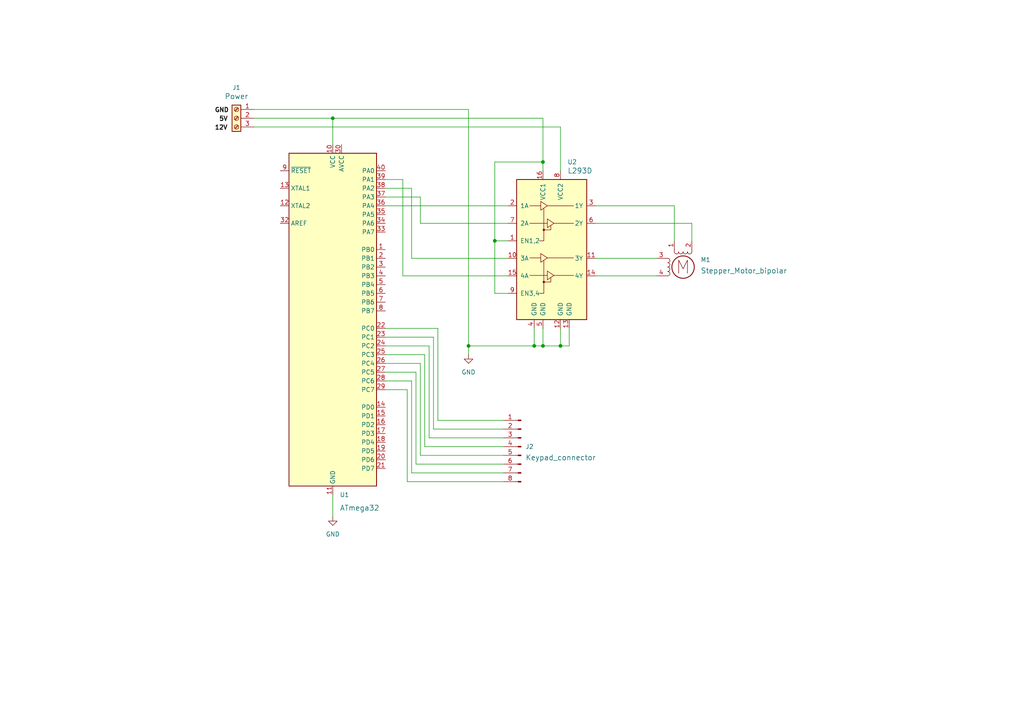
<source format=kicad_sch>
(kicad_sch (version 20211123) (generator eeschema)

  (uuid d2d9d0fb-87fd-46fb-b5ff-d12dc9546683)

  (paper "A4")

  (lib_symbols
    (symbol "Connector:Conn_01x08_Male" (pin_names (offset 1.016) hide) (in_bom yes) (on_board yes)
      (property "Reference" "J" (id 0) (at 0 10.16 0)
        (effects (font (size 1.27 1.27)))
      )
      (property "Value" "Conn_01x08_Male" (id 1) (at 0 -12.7 0)
        (effects (font (size 1.27 1.27)))
      )
      (property "Footprint" "" (id 2) (at 0 0 0)
        (effects (font (size 1.27 1.27)) hide)
      )
      (property "Datasheet" "~" (id 3) (at 0 0 0)
        (effects (font (size 1.27 1.27)) hide)
      )
      (property "ki_keywords" "connector" (id 4) (at 0 0 0)
        (effects (font (size 1.27 1.27)) hide)
      )
      (property "ki_description" "Generic connector, single row, 01x08, script generated (kicad-library-utils/schlib/autogen/connector/)" (id 5) (at 0 0 0)
        (effects (font (size 1.27 1.27)) hide)
      )
      (property "ki_fp_filters" "Connector*:*_1x??_*" (id 6) (at 0 0 0)
        (effects (font (size 1.27 1.27)) hide)
      )
      (symbol "Conn_01x08_Male_1_1"
        (polyline
          (pts
            (xy 1.27 -10.16)
            (xy 0.8636 -10.16)
          )
          (stroke (width 0.1524) (type default) (color 0 0 0 0))
          (fill (type none))
        )
        (polyline
          (pts
            (xy 1.27 -7.62)
            (xy 0.8636 -7.62)
          )
          (stroke (width 0.1524) (type default) (color 0 0 0 0))
          (fill (type none))
        )
        (polyline
          (pts
            (xy 1.27 -5.08)
            (xy 0.8636 -5.08)
          )
          (stroke (width 0.1524) (type default) (color 0 0 0 0))
          (fill (type none))
        )
        (polyline
          (pts
            (xy 1.27 -2.54)
            (xy 0.8636 -2.54)
          )
          (stroke (width 0.1524) (type default) (color 0 0 0 0))
          (fill (type none))
        )
        (polyline
          (pts
            (xy 1.27 0)
            (xy 0.8636 0)
          )
          (stroke (width 0.1524) (type default) (color 0 0 0 0))
          (fill (type none))
        )
        (polyline
          (pts
            (xy 1.27 2.54)
            (xy 0.8636 2.54)
          )
          (stroke (width 0.1524) (type default) (color 0 0 0 0))
          (fill (type none))
        )
        (polyline
          (pts
            (xy 1.27 5.08)
            (xy 0.8636 5.08)
          )
          (stroke (width 0.1524) (type default) (color 0 0 0 0))
          (fill (type none))
        )
        (polyline
          (pts
            (xy 1.27 7.62)
            (xy 0.8636 7.62)
          )
          (stroke (width 0.1524) (type default) (color 0 0 0 0))
          (fill (type none))
        )
        (rectangle (start 0.8636 -10.033) (end 0 -10.287)
          (stroke (width 0.1524) (type default) (color 0 0 0 0))
          (fill (type outline))
        )
        (rectangle (start 0.8636 -7.493) (end 0 -7.747)
          (stroke (width 0.1524) (type default) (color 0 0 0 0))
          (fill (type outline))
        )
        (rectangle (start 0.8636 -4.953) (end 0 -5.207)
          (stroke (width 0.1524) (type default) (color 0 0 0 0))
          (fill (type outline))
        )
        (rectangle (start 0.8636 -2.413) (end 0 -2.667)
          (stroke (width 0.1524) (type default) (color 0 0 0 0))
          (fill (type outline))
        )
        (rectangle (start 0.8636 0.127) (end 0 -0.127)
          (stroke (width 0.1524) (type default) (color 0 0 0 0))
          (fill (type outline))
        )
        (rectangle (start 0.8636 2.667) (end 0 2.413)
          (stroke (width 0.1524) (type default) (color 0 0 0 0))
          (fill (type outline))
        )
        (rectangle (start 0.8636 5.207) (end 0 4.953)
          (stroke (width 0.1524) (type default) (color 0 0 0 0))
          (fill (type outline))
        )
        (rectangle (start 0.8636 7.747) (end 0 7.493)
          (stroke (width 0.1524) (type default) (color 0 0 0 0))
          (fill (type outline))
        )
        (pin passive line (at 5.08 7.62 180) (length 3.81)
          (name "Pin_1" (effects (font (size 1.27 1.27))))
          (number "1" (effects (font (size 1.27 1.27))))
        )
        (pin passive line (at 5.08 5.08 180) (length 3.81)
          (name "Pin_2" (effects (font (size 1.27 1.27))))
          (number "2" (effects (font (size 1.27 1.27))))
        )
        (pin passive line (at 5.08 2.54 180) (length 3.81)
          (name "Pin_3" (effects (font (size 1.27 1.27))))
          (number "3" (effects (font (size 1.27 1.27))))
        )
        (pin passive line (at 5.08 0 180) (length 3.81)
          (name "Pin_4" (effects (font (size 1.27 1.27))))
          (number "4" (effects (font (size 1.27 1.27))))
        )
        (pin passive line (at 5.08 -2.54 180) (length 3.81)
          (name "Pin_5" (effects (font (size 1.27 1.27))))
          (number "5" (effects (font (size 1.27 1.27))))
        )
        (pin passive line (at 5.08 -5.08 180) (length 3.81)
          (name "Pin_6" (effects (font (size 1.27 1.27))))
          (number "6" (effects (font (size 1.27 1.27))))
        )
        (pin passive line (at 5.08 -7.62 180) (length 3.81)
          (name "Pin_7" (effects (font (size 1.27 1.27))))
          (number "7" (effects (font (size 1.27 1.27))))
        )
        (pin passive line (at 5.08 -10.16 180) (length 3.81)
          (name "Pin_8" (effects (font (size 1.27 1.27))))
          (number "8" (effects (font (size 1.27 1.27))))
        )
      )
    )
    (symbol "Connector:Screw_Terminal_01x03" (pin_names (offset 1.016) hide) (in_bom yes) (on_board yes)
      (property "Reference" "J" (id 0) (at 0 5.08 0)
        (effects (font (size 1.27 1.27)))
      )
      (property "Value" "Screw_Terminal_01x03" (id 1) (at 0 -5.08 0)
        (effects (font (size 1.27 1.27)))
      )
      (property "Footprint" "" (id 2) (at 0 0 0)
        (effects (font (size 1.27 1.27)) hide)
      )
      (property "Datasheet" "~" (id 3) (at 0 0 0)
        (effects (font (size 1.27 1.27)) hide)
      )
      (property "ki_keywords" "screw terminal" (id 4) (at 0 0 0)
        (effects (font (size 1.27 1.27)) hide)
      )
      (property "ki_description" "Generic screw terminal, single row, 01x03, script generated (kicad-library-utils/schlib/autogen/connector/)" (id 5) (at 0 0 0)
        (effects (font (size 1.27 1.27)) hide)
      )
      (property "ki_fp_filters" "TerminalBlock*:*" (id 6) (at 0 0 0)
        (effects (font (size 1.27 1.27)) hide)
      )
      (symbol "Screw_Terminal_01x03_1_1"
        (rectangle (start -1.27 3.81) (end 1.27 -3.81)
          (stroke (width 0.254) (type default) (color 0 0 0 0))
          (fill (type background))
        )
        (circle (center 0 -2.54) (radius 0.635)
          (stroke (width 0.1524) (type default) (color 0 0 0 0))
          (fill (type none))
        )
        (polyline
          (pts
            (xy -0.5334 -2.2098)
            (xy 0.3302 -3.048)
          )
          (stroke (width 0.1524) (type default) (color 0 0 0 0))
          (fill (type none))
        )
        (polyline
          (pts
            (xy -0.5334 0.3302)
            (xy 0.3302 -0.508)
          )
          (stroke (width 0.1524) (type default) (color 0 0 0 0))
          (fill (type none))
        )
        (polyline
          (pts
            (xy -0.5334 2.8702)
            (xy 0.3302 2.032)
          )
          (stroke (width 0.1524) (type default) (color 0 0 0 0))
          (fill (type none))
        )
        (polyline
          (pts
            (xy -0.3556 -2.032)
            (xy 0.508 -2.8702)
          )
          (stroke (width 0.1524) (type default) (color 0 0 0 0))
          (fill (type none))
        )
        (polyline
          (pts
            (xy -0.3556 0.508)
            (xy 0.508 -0.3302)
          )
          (stroke (width 0.1524) (type default) (color 0 0 0 0))
          (fill (type none))
        )
        (polyline
          (pts
            (xy -0.3556 3.048)
            (xy 0.508 2.2098)
          )
          (stroke (width 0.1524) (type default) (color 0 0 0 0))
          (fill (type none))
        )
        (circle (center 0 0) (radius 0.635)
          (stroke (width 0.1524) (type default) (color 0 0 0 0))
          (fill (type none))
        )
        (circle (center 0 2.54) (radius 0.635)
          (stroke (width 0.1524) (type default) (color 0 0 0 0))
          (fill (type none))
        )
        (pin passive line (at -5.08 2.54 0) (length 3.81)
          (name "Pin_1" (effects (font (size 1.27 1.27))))
          (number "1" (effects (font (size 1.27 1.27))))
        )
        (pin passive line (at -5.08 0 0) (length 3.81)
          (name "Pin_2" (effects (font (size 1.27 1.27))))
          (number "2" (effects (font (size 1.27 1.27))))
        )
        (pin passive line (at -5.08 -2.54 0) (length 3.81)
          (name "Pin_3" (effects (font (size 1.27 1.27))))
          (number "3" (effects (font (size 1.27 1.27))))
        )
      )
    )
    (symbol "Driver_Motor:L293D" (pin_names (offset 1.016)) (in_bom yes) (on_board yes)
      (property "Reference" "U" (id 0) (at -5.08 26.035 0)
        (effects (font (size 1.27 1.27)) (justify right))
      )
      (property "Value" "L293D" (id 1) (at -5.08 24.13 0)
        (effects (font (size 1.27 1.27)) (justify right))
      )
      (property "Footprint" "Package_DIP:DIP-16_W7.62mm" (id 2) (at 6.35 -19.05 0)
        (effects (font (size 1.27 1.27)) (justify left) hide)
      )
      (property "Datasheet" "http://www.ti.com/lit/ds/symlink/l293.pdf" (id 3) (at -7.62 17.78 0)
        (effects (font (size 1.27 1.27)) hide)
      )
      (property "ki_keywords" "Half-H Driver Motor" (id 4) (at 0 0 0)
        (effects (font (size 1.27 1.27)) hide)
      )
      (property "ki_description" "Quadruple Half-H Drivers" (id 5) (at 0 0 0)
        (effects (font (size 1.27 1.27)) hide)
      )
      (property "ki_fp_filters" "DIP*W7.62mm*" (id 6) (at 0 0 0)
        (effects (font (size 1.27 1.27)) hide)
      )
      (symbol "L293D_0_1"
        (rectangle (start -10.16 22.86) (end 10.16 -17.78)
          (stroke (width 0.254) (type default) (color 0 0 0 0))
          (fill (type background))
        )
        (circle (center -2.286 -6.858) (radius 0.254)
          (stroke (width 0) (type default) (color 0 0 0 0))
          (fill (type outline))
        )
        (circle (center -2.286 8.255) (radius 0.254)
          (stroke (width 0) (type default) (color 0 0 0 0))
          (fill (type outline))
        )
        (polyline
          (pts
            (xy -6.35 -4.953)
            (xy -1.27 -4.953)
          )
          (stroke (width 0) (type default) (color 0 0 0 0))
          (fill (type none))
        )
        (polyline
          (pts
            (xy -6.35 0.127)
            (xy -3.175 0.127)
          )
          (stroke (width 0) (type default) (color 0 0 0 0))
          (fill (type none))
        )
        (polyline
          (pts
            (xy -6.35 10.16)
            (xy -1.27 10.16)
          )
          (stroke (width 0) (type default) (color 0 0 0 0))
          (fill (type none))
        )
        (polyline
          (pts
            (xy -6.35 15.24)
            (xy -3.175 15.24)
          )
          (stroke (width 0) (type default) (color 0 0 0 0))
          (fill (type none))
        )
        (polyline
          (pts
            (xy -1.27 0.127)
            (xy 6.35 0.127)
          )
          (stroke (width 0) (type default) (color 0 0 0 0))
          (fill (type none))
        )
        (polyline
          (pts
            (xy -1.27 15.24)
            (xy 6.35 15.24)
          )
          (stroke (width 0) (type default) (color 0 0 0 0))
          (fill (type none))
        )
        (polyline
          (pts
            (xy 0.635 -4.953)
            (xy 6.35 -4.953)
          )
          (stroke (width 0) (type default) (color 0 0 0 0))
          (fill (type none))
        )
        (polyline
          (pts
            (xy 0.635 10.16)
            (xy 6.35 10.16)
          )
          (stroke (width 0) (type default) (color 0 0 0 0))
          (fill (type none))
        )
        (polyline
          (pts
            (xy -2.286 -6.858)
            (xy -0.254 -6.858)
            (xy -0.254 -5.588)
          )
          (stroke (width 0) (type default) (color 0 0 0 0))
          (fill (type none))
        )
        (polyline
          (pts
            (xy -2.286 -0.635)
            (xy -2.286 -10.16)
            (xy -3.556 -10.16)
          )
          (stroke (width 0) (type default) (color 0 0 0 0))
          (fill (type none))
        )
        (polyline
          (pts
            (xy -2.286 8.255)
            (xy -0.254 8.255)
            (xy -0.254 9.525)
          )
          (stroke (width 0) (type default) (color 0 0 0 0))
          (fill (type none))
        )
        (polyline
          (pts
            (xy -2.286 14.478)
            (xy -2.286 5.08)
            (xy -3.556 5.08)
          )
          (stroke (width 0) (type default) (color 0 0 0 0))
          (fill (type none))
        )
        (polyline
          (pts
            (xy -3.175 1.397)
            (xy -3.175 -1.143)
            (xy -1.27 0.127)
            (xy -3.175 1.397)
          )
          (stroke (width 0) (type default) (color 0 0 0 0))
          (fill (type none))
        )
        (polyline
          (pts
            (xy -3.175 16.51)
            (xy -3.175 13.97)
            (xy -1.27 15.24)
            (xy -3.175 16.51)
          )
          (stroke (width 0) (type default) (color 0 0 0 0))
          (fill (type none))
        )
        (polyline
          (pts
            (xy -1.27 -3.683)
            (xy -1.27 -6.223)
            (xy 0.635 -4.953)
            (xy -1.27 -3.683)
          )
          (stroke (width 0) (type default) (color 0 0 0 0))
          (fill (type none))
        )
        (polyline
          (pts
            (xy -1.27 11.43)
            (xy -1.27 8.89)
            (xy 0.635 10.16)
            (xy -1.27 11.43)
          )
          (stroke (width 0) (type default) (color 0 0 0 0))
          (fill (type none))
        )
      )
      (symbol "L293D_1_1"
        (pin input line (at -12.7 5.08 0) (length 2.54)
          (name "EN1,2" (effects (font (size 1.27 1.27))))
          (number "1" (effects (font (size 1.27 1.27))))
        )
        (pin input line (at -12.7 0 0) (length 2.54)
          (name "3A" (effects (font (size 1.27 1.27))))
          (number "10" (effects (font (size 1.27 1.27))))
        )
        (pin output line (at 12.7 0 180) (length 2.54)
          (name "3Y" (effects (font (size 1.27 1.27))))
          (number "11" (effects (font (size 1.27 1.27))))
        )
        (pin power_in line (at 2.54 -20.32 90) (length 2.54)
          (name "GND" (effects (font (size 1.27 1.27))))
          (number "12" (effects (font (size 1.27 1.27))))
        )
        (pin power_in line (at 5.08 -20.32 90) (length 2.54)
          (name "GND" (effects (font (size 1.27 1.27))))
          (number "13" (effects (font (size 1.27 1.27))))
        )
        (pin output line (at 12.7 -5.08 180) (length 2.54)
          (name "4Y" (effects (font (size 1.27 1.27))))
          (number "14" (effects (font (size 1.27 1.27))))
        )
        (pin input line (at -12.7 -5.08 0) (length 2.54)
          (name "4A" (effects (font (size 1.27 1.27))))
          (number "15" (effects (font (size 1.27 1.27))))
        )
        (pin power_in line (at -2.54 25.4 270) (length 2.54)
          (name "VCC1" (effects (font (size 1.27 1.27))))
          (number "16" (effects (font (size 1.27 1.27))))
        )
        (pin input line (at -12.7 15.24 0) (length 2.54)
          (name "1A" (effects (font (size 1.27 1.27))))
          (number "2" (effects (font (size 1.27 1.27))))
        )
        (pin output line (at 12.7 15.24 180) (length 2.54)
          (name "1Y" (effects (font (size 1.27 1.27))))
          (number "3" (effects (font (size 1.27 1.27))))
        )
        (pin power_in line (at -5.08 -20.32 90) (length 2.54)
          (name "GND" (effects (font (size 1.27 1.27))))
          (number "4" (effects (font (size 1.27 1.27))))
        )
        (pin power_in line (at -2.54 -20.32 90) (length 2.54)
          (name "GND" (effects (font (size 1.27 1.27))))
          (number "5" (effects (font (size 1.27 1.27))))
        )
        (pin output line (at 12.7 10.16 180) (length 2.54)
          (name "2Y" (effects (font (size 1.27 1.27))))
          (number "6" (effects (font (size 1.27 1.27))))
        )
        (pin input line (at -12.7 10.16 0) (length 2.54)
          (name "2A" (effects (font (size 1.27 1.27))))
          (number "7" (effects (font (size 1.27 1.27))))
        )
        (pin power_in line (at 2.54 25.4 270) (length 2.54)
          (name "VCC2" (effects (font (size 1.27 1.27))))
          (number "8" (effects (font (size 1.27 1.27))))
        )
        (pin input line (at -12.7 -10.16 0) (length 2.54)
          (name "EN3,4" (effects (font (size 1.27 1.27))))
          (number "9" (effects (font (size 1.27 1.27))))
        )
      )
    )
    (symbol "MCU_Microchip_ATmega:ATmega32-16P" (in_bom yes) (on_board yes)
      (property "Reference" "U" (id 0) (at -12.7 49.53 0)
        (effects (font (size 1.27 1.27)) (justify left bottom))
      )
      (property "Value" "ATmega32-16P" (id 1) (at 2.54 -49.53 0)
        (effects (font (size 1.27 1.27)) (justify left top))
      )
      (property "Footprint" "Package_DIP:DIP-40_W15.24mm" (id 2) (at 0 0 0)
        (effects (font (size 1.27 1.27) italic) hide)
      )
      (property "Datasheet" "http://ww1.microchip.com/downloads/en/DeviceDoc/doc2503.pdf" (id 3) (at 0 0 0)
        (effects (font (size 1.27 1.27)) hide)
      )
      (property "ki_keywords" "AVR 8bit Microcontroller MegaAVR" (id 4) (at 0 0 0)
        (effects (font (size 1.27 1.27)) hide)
      )
      (property "ki_description" "16MHz, 32kB Flash, 2kB SRAM, 1kB EEPROM, JTAG, DIP-40" (id 5) (at 0 0 0)
        (effects (font (size 1.27 1.27)) hide)
      )
      (property "ki_fp_filters" "DIP*W15.24mm*" (id 6) (at 0 0 0)
        (effects (font (size 1.27 1.27)) hide)
      )
      (symbol "ATmega32-16P_0_1"
        (rectangle (start -12.7 -48.26) (end 12.7 48.26)
          (stroke (width 0.254) (type default) (color 0 0 0 0))
          (fill (type background))
        )
      )
      (symbol "ATmega32-16P_1_1"
        (pin bidirectional line (at 15.24 20.32 180) (length 2.54)
          (name "PB0" (effects (font (size 1.27 1.27))))
          (number "1" (effects (font (size 1.27 1.27))))
        )
        (pin power_in line (at 0 50.8 270) (length 2.54)
          (name "VCC" (effects (font (size 1.27 1.27))))
          (number "10" (effects (font (size 1.27 1.27))))
        )
        (pin power_in line (at 0 -50.8 90) (length 2.54)
          (name "GND" (effects (font (size 1.27 1.27))))
          (number "11" (effects (font (size 1.27 1.27))))
        )
        (pin output line (at -15.24 33.02 0) (length 2.54)
          (name "XTAL2" (effects (font (size 1.27 1.27))))
          (number "12" (effects (font (size 1.27 1.27))))
        )
        (pin input line (at -15.24 38.1 0) (length 2.54)
          (name "XTAL1" (effects (font (size 1.27 1.27))))
          (number "13" (effects (font (size 1.27 1.27))))
        )
        (pin bidirectional line (at 15.24 -25.4 180) (length 2.54)
          (name "PD0" (effects (font (size 1.27 1.27))))
          (number "14" (effects (font (size 1.27 1.27))))
        )
        (pin bidirectional line (at 15.24 -27.94 180) (length 2.54)
          (name "PD1" (effects (font (size 1.27 1.27))))
          (number "15" (effects (font (size 1.27 1.27))))
        )
        (pin bidirectional line (at 15.24 -30.48 180) (length 2.54)
          (name "PD2" (effects (font (size 1.27 1.27))))
          (number "16" (effects (font (size 1.27 1.27))))
        )
        (pin bidirectional line (at 15.24 -33.02 180) (length 2.54)
          (name "PD3" (effects (font (size 1.27 1.27))))
          (number "17" (effects (font (size 1.27 1.27))))
        )
        (pin bidirectional line (at 15.24 -35.56 180) (length 2.54)
          (name "PD4" (effects (font (size 1.27 1.27))))
          (number "18" (effects (font (size 1.27 1.27))))
        )
        (pin bidirectional line (at 15.24 -38.1 180) (length 2.54)
          (name "PD5" (effects (font (size 1.27 1.27))))
          (number "19" (effects (font (size 1.27 1.27))))
        )
        (pin bidirectional line (at 15.24 17.78 180) (length 2.54)
          (name "PB1" (effects (font (size 1.27 1.27))))
          (number "2" (effects (font (size 1.27 1.27))))
        )
        (pin bidirectional line (at 15.24 -40.64 180) (length 2.54)
          (name "PD6" (effects (font (size 1.27 1.27))))
          (number "20" (effects (font (size 1.27 1.27))))
        )
        (pin bidirectional line (at 15.24 -43.18 180) (length 2.54)
          (name "PD7" (effects (font (size 1.27 1.27))))
          (number "21" (effects (font (size 1.27 1.27))))
        )
        (pin bidirectional line (at 15.24 -2.54 180) (length 2.54)
          (name "PC0" (effects (font (size 1.27 1.27))))
          (number "22" (effects (font (size 1.27 1.27))))
        )
        (pin bidirectional line (at 15.24 -5.08 180) (length 2.54)
          (name "PC1" (effects (font (size 1.27 1.27))))
          (number "23" (effects (font (size 1.27 1.27))))
        )
        (pin bidirectional line (at 15.24 -7.62 180) (length 2.54)
          (name "PC2" (effects (font (size 1.27 1.27))))
          (number "24" (effects (font (size 1.27 1.27))))
        )
        (pin bidirectional line (at 15.24 -10.16 180) (length 2.54)
          (name "PC3" (effects (font (size 1.27 1.27))))
          (number "25" (effects (font (size 1.27 1.27))))
        )
        (pin bidirectional line (at 15.24 -12.7 180) (length 2.54)
          (name "PC4" (effects (font (size 1.27 1.27))))
          (number "26" (effects (font (size 1.27 1.27))))
        )
        (pin bidirectional line (at 15.24 -15.24 180) (length 2.54)
          (name "PC5" (effects (font (size 1.27 1.27))))
          (number "27" (effects (font (size 1.27 1.27))))
        )
        (pin bidirectional line (at 15.24 -17.78 180) (length 2.54)
          (name "PC6" (effects (font (size 1.27 1.27))))
          (number "28" (effects (font (size 1.27 1.27))))
        )
        (pin bidirectional line (at 15.24 -20.32 180) (length 2.54)
          (name "PC7" (effects (font (size 1.27 1.27))))
          (number "29" (effects (font (size 1.27 1.27))))
        )
        (pin bidirectional line (at 15.24 15.24 180) (length 2.54)
          (name "PB2" (effects (font (size 1.27 1.27))))
          (number "3" (effects (font (size 1.27 1.27))))
        )
        (pin power_in line (at 2.54 50.8 270) (length 2.54)
          (name "AVCC" (effects (font (size 1.27 1.27))))
          (number "30" (effects (font (size 1.27 1.27))))
        )
        (pin passive line (at 0 -50.8 90) (length 2.54) hide
          (name "GND" (effects (font (size 1.27 1.27))))
          (number "31" (effects (font (size 1.27 1.27))))
        )
        (pin passive line (at -15.24 27.94 0) (length 2.54)
          (name "AREF" (effects (font (size 1.27 1.27))))
          (number "32" (effects (font (size 1.27 1.27))))
        )
        (pin bidirectional line (at 15.24 25.4 180) (length 2.54)
          (name "PA7" (effects (font (size 1.27 1.27))))
          (number "33" (effects (font (size 1.27 1.27))))
        )
        (pin bidirectional line (at 15.24 27.94 180) (length 2.54)
          (name "PA6" (effects (font (size 1.27 1.27))))
          (number "34" (effects (font (size 1.27 1.27))))
        )
        (pin bidirectional line (at 15.24 30.48 180) (length 2.54)
          (name "PA5" (effects (font (size 1.27 1.27))))
          (number "35" (effects (font (size 1.27 1.27))))
        )
        (pin bidirectional line (at 15.24 33.02 180) (length 2.54)
          (name "PA4" (effects (font (size 1.27 1.27))))
          (number "36" (effects (font (size 1.27 1.27))))
        )
        (pin bidirectional line (at 15.24 35.56 180) (length 2.54)
          (name "PA3" (effects (font (size 1.27 1.27))))
          (number "37" (effects (font (size 1.27 1.27))))
        )
        (pin bidirectional line (at 15.24 38.1 180) (length 2.54)
          (name "PA2" (effects (font (size 1.27 1.27))))
          (number "38" (effects (font (size 1.27 1.27))))
        )
        (pin bidirectional line (at 15.24 40.64 180) (length 2.54)
          (name "PA1" (effects (font (size 1.27 1.27))))
          (number "39" (effects (font (size 1.27 1.27))))
        )
        (pin bidirectional line (at 15.24 12.7 180) (length 2.54)
          (name "PB3" (effects (font (size 1.27 1.27))))
          (number "4" (effects (font (size 1.27 1.27))))
        )
        (pin bidirectional line (at 15.24 43.18 180) (length 2.54)
          (name "PA0" (effects (font (size 1.27 1.27))))
          (number "40" (effects (font (size 1.27 1.27))))
        )
        (pin bidirectional line (at 15.24 10.16 180) (length 2.54)
          (name "PB4" (effects (font (size 1.27 1.27))))
          (number "5" (effects (font (size 1.27 1.27))))
        )
        (pin bidirectional line (at 15.24 7.62 180) (length 2.54)
          (name "PB5" (effects (font (size 1.27 1.27))))
          (number "6" (effects (font (size 1.27 1.27))))
        )
        (pin bidirectional line (at 15.24 5.08 180) (length 2.54)
          (name "PB6" (effects (font (size 1.27 1.27))))
          (number "7" (effects (font (size 1.27 1.27))))
        )
        (pin bidirectional line (at 15.24 2.54 180) (length 2.54)
          (name "PB7" (effects (font (size 1.27 1.27))))
          (number "8" (effects (font (size 1.27 1.27))))
        )
        (pin input line (at -15.24 43.18 0) (length 2.54)
          (name "~{RESET}" (effects (font (size 1.27 1.27))))
          (number "9" (effects (font (size 1.27 1.27))))
        )
      )
    )
    (symbol "Motor:Stepper_Motor_bipolar" (pin_names (offset 0) hide) (in_bom yes) (on_board yes)
      (property "Reference" "M" (id 0) (at 3.81 2.54 0)
        (effects (font (size 1.27 1.27)) (justify left))
      )
      (property "Value" "Stepper_Motor_bipolar" (id 1) (at 3.81 1.27 0)
        (effects (font (size 1.27 1.27)) (justify left top))
      )
      (property "Footprint" "" (id 2) (at 0.254 -0.254 0)
        (effects (font (size 1.27 1.27)) hide)
      )
      (property "Datasheet" "http://www.infineon.com/dgdl/Application-Note-TLE8110EE_driving_UniPolarStepperMotor_V1.1.pdf?fileId=db3a30431be39b97011be5d0aa0a00b0" (id 3) (at 0.254 -0.254 0)
        (effects (font (size 1.27 1.27)) hide)
      )
      (property "ki_keywords" "bipolar stepper motor" (id 4) (at 0 0 0)
        (effects (font (size 1.27 1.27)) hide)
      )
      (property "ki_description" "4-wire bipolar stepper motor" (id 5) (at 0 0 0)
        (effects (font (size 1.27 1.27)) hide)
      )
      (property "ki_fp_filters" "PinHeader*P2.54mm*Vertical* TerminalBlock* Motor*" (id 6) (at 0 0 0)
        (effects (font (size 1.27 1.27)) hide)
      )
      (symbol "Stepper_Motor_bipolar_0_0"
        (polyline
          (pts
            (xy -1.27 -1.778)
            (xy -1.27 2.032)
            (xy 0 -0.508)
            (xy 1.27 2.032)
            (xy 1.27 -1.778)
          )
          (stroke (width 0) (type default) (color 0 0 0 0))
          (fill (type none))
        )
      )
      (symbol "Stepper_Motor_bipolar_0_1"
        (arc (start -4.445 -2.54) (mid -3.81 -1.905) (end -4.445 -1.27)
          (stroke (width 0) (type default) (color 0 0 0 0))
          (fill (type none))
        )
        (arc (start -4.445 -1.27) (mid -3.81 -0.635) (end -4.445 0)
          (stroke (width 0) (type default) (color 0 0 0 0))
          (fill (type none))
        )
        (arc (start -4.445 0) (mid -3.81 0.635) (end -4.445 1.27)
          (stroke (width 0) (type default) (color 0 0 0 0))
          (fill (type none))
        )
        (arc (start -4.445 1.27) (mid -3.81 1.905) (end -4.445 2.54)
          (stroke (width 0) (type default) (color 0 0 0 0))
          (fill (type none))
        )
        (arc (start -2.54 4.445) (mid -1.905 3.81) (end -1.27 4.445)
          (stroke (width 0) (type default) (color 0 0 0 0))
          (fill (type none))
        )
        (arc (start -1.27 4.445) (mid -0.635 3.81) (end 0 4.445)
          (stroke (width 0) (type default) (color 0 0 0 0))
          (fill (type none))
        )
        (polyline
          (pts
            (xy -5.08 -2.54)
            (xy -4.445 -2.54)
          )
          (stroke (width 0) (type default) (color 0 0 0 0))
          (fill (type none))
        )
        (polyline
          (pts
            (xy -5.08 2.54)
            (xy -4.445 2.54)
          )
          (stroke (width 0) (type default) (color 0 0 0 0))
          (fill (type none))
        )
        (polyline
          (pts
            (xy -2.54 5.08)
            (xy -2.54 4.445)
          )
          (stroke (width 0) (type default) (color 0 0 0 0))
          (fill (type none))
        )
        (polyline
          (pts
            (xy 2.54 5.08)
            (xy 2.54 4.445)
          )
          (stroke (width 0) (type default) (color 0 0 0 0))
          (fill (type none))
        )
        (circle (center 0 0) (radius 3.2512)
          (stroke (width 0.254) (type default) (color 0 0 0 0))
          (fill (type none))
        )
        (arc (start 0 4.445) (mid 0.635 3.81) (end 1.27 4.445)
          (stroke (width 0) (type default) (color 0 0 0 0))
          (fill (type none))
        )
        (arc (start 1.27 4.445) (mid 1.905 3.81) (end 2.54 4.445)
          (stroke (width 0) (type default) (color 0 0 0 0))
          (fill (type none))
        )
      )
      (symbol "Stepper_Motor_bipolar_1_1"
        (pin passive line (at -2.54 7.62 270) (length 2.54)
          (name "~" (effects (font (size 1.27 1.27))))
          (number "1" (effects (font (size 1.27 1.27))))
        )
        (pin passive line (at 2.54 7.62 270) (length 2.54)
          (name "-" (effects (font (size 1.27 1.27))))
          (number "2" (effects (font (size 1.27 1.27))))
        )
        (pin passive line (at -7.62 2.54 0) (length 2.54)
          (name "~" (effects (font (size 1.27 1.27))))
          (number "3" (effects (font (size 1.27 1.27))))
        )
        (pin passive line (at -7.62 -2.54 0) (length 2.54)
          (name "~" (effects (font (size 1.27 1.27))))
          (number "4" (effects (font (size 1.27 1.27))))
        )
      )
    )
    (symbol "power:GND" (power) (pin_names (offset 0)) (in_bom yes) (on_board yes)
      (property "Reference" "#PWR" (id 0) (at 0 -6.35 0)
        (effects (font (size 1.27 1.27)) hide)
      )
      (property "Value" "GND" (id 1) (at 0 -3.81 0)
        (effects (font (size 1.27 1.27)))
      )
      (property "Footprint" "" (id 2) (at 0 0 0)
        (effects (font (size 1.27 1.27)) hide)
      )
      (property "Datasheet" "" (id 3) (at 0 0 0)
        (effects (font (size 1.27 1.27)) hide)
      )
      (property "ki_keywords" "power-flag" (id 4) (at 0 0 0)
        (effects (font (size 1.27 1.27)) hide)
      )
      (property "ki_description" "Power symbol creates a global label with name \"GND\" , ground" (id 5) (at 0 0 0)
        (effects (font (size 1.27 1.27)) hide)
      )
      (symbol "GND_0_1"
        (polyline
          (pts
            (xy 0 0)
            (xy 0 -1.27)
            (xy 1.27 -1.27)
            (xy 0 -2.54)
            (xy -1.27 -1.27)
            (xy 0 -1.27)
          )
          (stroke (width 0) (type default) (color 0 0 0 0))
          (fill (type none))
        )
      )
      (symbol "GND_1_1"
        (pin power_in line (at 0 0 270) (length 0) hide
          (name "GND" (effects (font (size 1.27 1.27))))
          (number "1" (effects (font (size 1.27 1.27))))
        )
      )
    )
  )

  (junction (at 154.94 100.33) (diameter 0) (color 0 0 0 0)
    (uuid 16b75a78-f471-4d69-a33c-9ea129a7c24a)
  )
  (junction (at 135.89 100.33) (diameter 0) (color 0 0 0 0)
    (uuid 36e91acd-4daf-4650-97dd-5c9a4b08df69)
  )
  (junction (at 143.51 69.85) (diameter 0) (color 0 0 0 0)
    (uuid 462f0ddf-4904-4064-86aa-fe79df3d4354)
  )
  (junction (at 157.48 100.33) (diameter 0) (color 0 0 0 0)
    (uuid 4f1b5296-0e34-4dc2-81da-e95537fc398e)
  )
  (junction (at 157.48 46.99) (diameter 0) (color 0 0 0 0)
    (uuid 769800b1-c94f-47ae-9ac6-6b79e68d47d5)
  )
  (junction (at 162.56 100.33) (diameter 0) (color 0 0 0 0)
    (uuid da7521c0-defd-4081-90c1-d4cb4bffcbc2)
  )
  (junction (at 96.52 34.29) (diameter 0) (color 0 0 0 0)
    (uuid fc7ee58e-7d8d-4442-a205-132541bacee3)
  )

  (wire (pts (xy 111.76 59.69) (xy 147.32 59.69))
    (stroke (width 0) (type default) (color 0 0 0 0))
    (uuid 07bec127-e3d4-49e5-899f-6b18d3fbe34b)
  )
  (wire (pts (xy 111.76 95.25) (xy 127 95.25))
    (stroke (width 0) (type default) (color 0 0 0 0))
    (uuid 0f63f12f-5e73-4612-ae52-100dc8e12b57)
  )
  (wire (pts (xy 146.05 129.54) (xy 123.19 129.54))
    (stroke (width 0) (type default) (color 0 0 0 0))
    (uuid 1071a4c6-ea30-4f36-b896-c5c0058e4c9f)
  )
  (wire (pts (xy 146.05 134.62) (xy 120.65 134.62))
    (stroke (width 0) (type default) (color 0 0 0 0))
    (uuid 1e8217cd-ca23-4f54-a62a-e4af777cfda6)
  )
  (wire (pts (xy 146.05 127) (xy 124.46 127))
    (stroke (width 0) (type default) (color 0 0 0 0))
    (uuid 1f5d41d2-4dc3-4a57-a9dd-b8580042e3c8)
  )
  (wire (pts (xy 190.5 74.93) (xy 172.72 74.93))
    (stroke (width 0) (type default) (color 0 0 0 0))
    (uuid 1fc7df08-cfac-4487-a82e-31d0c81dc440)
  )
  (wire (pts (xy 172.72 64.77) (xy 200.66 64.77))
    (stroke (width 0) (type default) (color 0 0 0 0))
    (uuid 20db17ec-1551-43b8-996e-5f59aa536e1e)
  )
  (wire (pts (xy 162.56 36.83) (xy 73.66 36.83))
    (stroke (width 0) (type default) (color 0 0 0 0))
    (uuid 2487a154-7207-49d9-a041-04ca11528b12)
  )
  (wire (pts (xy 162.56 49.53) (xy 162.56 36.83))
    (stroke (width 0) (type default) (color 0 0 0 0))
    (uuid 28df829e-bb50-4571-9147-0414bd4954a8)
  )
  (wire (pts (xy 125.73 97.79) (xy 111.76 97.79))
    (stroke (width 0) (type default) (color 0 0 0 0))
    (uuid 2e867ae0-8061-4454-b297-abccaaff648d)
  )
  (wire (pts (xy 121.92 57.15) (xy 121.92 64.77))
    (stroke (width 0) (type default) (color 0 0 0 0))
    (uuid 359a3740-a0e6-48d6-b711-6fe09ee74bb4)
  )
  (wire (pts (xy 111.76 57.15) (xy 121.92 57.15))
    (stroke (width 0) (type default) (color 0 0 0 0))
    (uuid 3df70696-569c-4cd5-9d9c-4719919c132a)
  )
  (wire (pts (xy 157.48 100.33) (xy 162.56 100.33))
    (stroke (width 0) (type default) (color 0 0 0 0))
    (uuid 413e4f92-fb4d-407f-8dd5-a79804729bea)
  )
  (wire (pts (xy 124.46 127) (xy 124.46 100.33))
    (stroke (width 0) (type default) (color 0 0 0 0))
    (uuid 44d786ad-c747-44fb-aea2-e52500d7f060)
  )
  (wire (pts (xy 135.89 31.75) (xy 135.89 100.33))
    (stroke (width 0) (type default) (color 0 0 0 0))
    (uuid 4ac1d8ec-810b-45c3-b8a0-fbac6a5ced34)
  )
  (wire (pts (xy 119.38 110.49) (xy 111.76 110.49))
    (stroke (width 0) (type default) (color 0 0 0 0))
    (uuid 4c6ecf56-eb7f-4cc0-82f4-23a045343405)
  )
  (wire (pts (xy 119.38 137.16) (xy 119.38 110.49))
    (stroke (width 0) (type default) (color 0 0 0 0))
    (uuid 4c71c6a5-a718-4591-b19a-71ac776e6ef7)
  )
  (wire (pts (xy 146.05 137.16) (xy 119.38 137.16))
    (stroke (width 0) (type default) (color 0 0 0 0))
    (uuid 4fb08f21-94c0-4850-a5d6-8fe09e2b2c56)
  )
  (wire (pts (xy 111.76 54.61) (xy 119.38 54.61))
    (stroke (width 0) (type default) (color 0 0 0 0))
    (uuid 50c031c3-c15f-466f-b6ef-568981bb4cd2)
  )
  (wire (pts (xy 143.51 85.09) (xy 143.51 69.85))
    (stroke (width 0) (type default) (color 0 0 0 0))
    (uuid 510ee7e8-b121-42eb-adeb-75da360a89f0)
  )
  (wire (pts (xy 73.66 31.75) (xy 135.89 31.75))
    (stroke (width 0) (type default) (color 0 0 0 0))
    (uuid 52fab6b5-961a-4f34-801f-37477c1f0d5e)
  )
  (wire (pts (xy 120.65 107.95) (xy 111.76 107.95))
    (stroke (width 0) (type default) (color 0 0 0 0))
    (uuid 53b47e82-df98-42e0-b7e0-b6fe50b45d87)
  )
  (wire (pts (xy 147.32 69.85) (xy 143.51 69.85))
    (stroke (width 0) (type default) (color 0 0 0 0))
    (uuid 5455e36b-9df4-4b5e-a328-9dd6ec80995a)
  )
  (wire (pts (xy 172.72 59.69) (xy 195.58 59.69))
    (stroke (width 0) (type default) (color 0 0 0 0))
    (uuid 572c25d0-8f48-4601-949c-2c169ede8d9b)
  )
  (wire (pts (xy 143.51 46.99) (xy 157.48 46.99))
    (stroke (width 0) (type default) (color 0 0 0 0))
    (uuid 5eee8cc4-0323-41b5-81e1-6f0a83533f72)
  )
  (wire (pts (xy 162.56 95.25) (xy 162.56 100.33))
    (stroke (width 0) (type default) (color 0 0 0 0))
    (uuid 6103ef89-fcb3-4152-b99a-ec9aaf24396e)
  )
  (wire (pts (xy 120.65 134.62) (xy 120.65 107.95))
    (stroke (width 0) (type default) (color 0 0 0 0))
    (uuid 708b4004-1d57-4023-bace-52926f2313c5)
  )
  (wire (pts (xy 116.84 52.07) (xy 116.84 80.01))
    (stroke (width 0) (type default) (color 0 0 0 0))
    (uuid 71a255be-094b-4b37-9373-15c52c2991c6)
  )
  (wire (pts (xy 154.94 95.25) (xy 154.94 100.33))
    (stroke (width 0) (type default) (color 0 0 0 0))
    (uuid 746dec58-8294-45d1-a8be-167433b261e1)
  )
  (wire (pts (xy 96.52 143.51) (xy 96.52 149.86))
    (stroke (width 0) (type default) (color 0 0 0 0))
    (uuid 7ac49f57-0e8c-489a-a8be-f5b1e201de3a)
  )
  (wire (pts (xy 121.92 132.08) (xy 121.92 105.41))
    (stroke (width 0) (type default) (color 0 0 0 0))
    (uuid 7b28c1cd-3eea-43aa-971b-371c5861ad81)
  )
  (wire (pts (xy 146.05 132.08) (xy 121.92 132.08))
    (stroke (width 0) (type default) (color 0 0 0 0))
    (uuid 7f91f4d2-de48-42fd-ad26-e2110cfcf32e)
  )
  (wire (pts (xy 157.48 34.29) (xy 157.48 46.99))
    (stroke (width 0) (type default) (color 0 0 0 0))
    (uuid 817b59ef-1f5c-4b00-9292-63c8a5f02a48)
  )
  (wire (pts (xy 111.76 52.07) (xy 116.84 52.07))
    (stroke (width 0) (type default) (color 0 0 0 0))
    (uuid 84bc44e4-8008-4cec-8c0b-441617da67e2)
  )
  (wire (pts (xy 96.52 34.29) (xy 96.52 41.91))
    (stroke (width 0) (type default) (color 0 0 0 0))
    (uuid 8611f40c-e58c-43d0-ac61-d39a1c8352a9)
  )
  (wire (pts (xy 154.94 100.33) (xy 157.48 100.33))
    (stroke (width 0) (type default) (color 0 0 0 0))
    (uuid 869f6ed1-0d58-456c-aa74-fa9334782afe)
  )
  (wire (pts (xy 73.66 34.29) (xy 96.52 34.29))
    (stroke (width 0) (type default) (color 0 0 0 0))
    (uuid 8f2a0aef-4f60-4e4a-83ad-8766bb34b443)
  )
  (wire (pts (xy 135.89 100.33) (xy 154.94 100.33))
    (stroke (width 0) (type default) (color 0 0 0 0))
    (uuid 9417bcc1-d4c0-43ff-a983-f14e1f88ba5e)
  )
  (wire (pts (xy 190.5 80.01) (xy 172.72 80.01))
    (stroke (width 0) (type default) (color 0 0 0 0))
    (uuid 9a7646f9-f88e-470d-b607-9d3bb6451098)
  )
  (wire (pts (xy 123.19 102.87) (xy 111.76 102.87))
    (stroke (width 0) (type default) (color 0 0 0 0))
    (uuid 9d17007c-7aac-4568-b705-309e94f61a2c)
  )
  (wire (pts (xy 96.52 34.29) (xy 157.48 34.29))
    (stroke (width 0) (type default) (color 0 0 0 0))
    (uuid a83005d1-0021-499a-84ce-3b6fa6eec30e)
  )
  (wire (pts (xy 118.11 139.7) (xy 118.11 113.03))
    (stroke (width 0) (type default) (color 0 0 0 0))
    (uuid ae6b22b6-de35-4b90-ba44-32049d6e9624)
  )
  (wire (pts (xy 127 121.92) (xy 146.05 121.92))
    (stroke (width 0) (type default) (color 0 0 0 0))
    (uuid b5a3ad9d-67c7-4e94-863a-10724628b1d4)
  )
  (wire (pts (xy 119.38 54.61) (xy 119.38 74.93))
    (stroke (width 0) (type default) (color 0 0 0 0))
    (uuid ba506d11-1ef2-475a-856f-82bd600c2bfe)
  )
  (wire (pts (xy 147.32 85.09) (xy 143.51 85.09))
    (stroke (width 0) (type default) (color 0 0 0 0))
    (uuid bb7ba749-71f1-49e8-bfe3-9436fcc2f772)
  )
  (wire (pts (xy 157.48 46.99) (xy 157.48 49.53))
    (stroke (width 0) (type default) (color 0 0 0 0))
    (uuid bd7e4f74-c832-45c4-bb15-835d70b939af)
  )
  (wire (pts (xy 157.48 95.25) (xy 157.48 100.33))
    (stroke (width 0) (type default) (color 0 0 0 0))
    (uuid c2791219-8e4b-4a2f-abc0-faac3ee47469)
  )
  (wire (pts (xy 195.58 59.69) (xy 195.58 69.85))
    (stroke (width 0) (type default) (color 0 0 0 0))
    (uuid c77499f9-e7f2-474e-a1cb-83cbb18efb78)
  )
  (wire (pts (xy 165.1 95.25) (xy 165.1 100.33))
    (stroke (width 0) (type default) (color 0 0 0 0))
    (uuid c802e9bc-2f1e-4c2b-8e43-3082a0443e53)
  )
  (wire (pts (xy 125.73 124.46) (xy 125.73 97.79))
    (stroke (width 0) (type default) (color 0 0 0 0))
    (uuid c821083b-5479-4c2a-8ccb-39f66d009bac)
  )
  (wire (pts (xy 116.84 80.01) (xy 147.32 80.01))
    (stroke (width 0) (type default) (color 0 0 0 0))
    (uuid d07227ea-4046-41ea-9d1c-7a8231376d73)
  )
  (wire (pts (xy 143.51 69.85) (xy 143.51 46.99))
    (stroke (width 0) (type default) (color 0 0 0 0))
    (uuid d10f905f-dee4-493c-ade6-7d741841c3e9)
  )
  (wire (pts (xy 146.05 124.46) (xy 125.73 124.46))
    (stroke (width 0) (type default) (color 0 0 0 0))
    (uuid d26ad8dd-6fcb-44fb-82ff-b32c92d756ef)
  )
  (wire (pts (xy 118.11 113.03) (xy 111.76 113.03))
    (stroke (width 0) (type default) (color 0 0 0 0))
    (uuid d35a65dd-8d7c-4890-9a64-19aa8a577ceb)
  )
  (wire (pts (xy 121.92 105.41) (xy 111.76 105.41))
    (stroke (width 0) (type default) (color 0 0 0 0))
    (uuid d6289c8f-be90-43d3-b0b6-a6ad7b7d1d1c)
  )
  (wire (pts (xy 127 95.25) (xy 127 121.92))
    (stroke (width 0) (type default) (color 0 0 0 0))
    (uuid d74d984b-bac2-423b-9d9b-ae0a54ebd981)
  )
  (wire (pts (xy 200.66 64.77) (xy 200.66 69.85))
    (stroke (width 0) (type default) (color 0 0 0 0))
    (uuid e7e359ff-c772-493b-8cf0-6748dfd80b8f)
  )
  (wire (pts (xy 121.92 64.77) (xy 147.32 64.77))
    (stroke (width 0) (type default) (color 0 0 0 0))
    (uuid ef15ddab-48d7-43aa-b61e-d69647b0f44e)
  )
  (wire (pts (xy 146.05 139.7) (xy 118.11 139.7))
    (stroke (width 0) (type default) (color 0 0 0 0))
    (uuid f19abf1d-01b2-4742-b33c-fa085ee45bb5)
  )
  (wire (pts (xy 135.89 100.33) (xy 135.89 102.87))
    (stroke (width 0) (type default) (color 0 0 0 0))
    (uuid f57cddea-620a-4eb5-9fa7-25cbf0b2ebaf)
  )
  (wire (pts (xy 124.46 100.33) (xy 111.76 100.33))
    (stroke (width 0) (type default) (color 0 0 0 0))
    (uuid f6a2737a-753d-431f-ae0d-1d9cf6c1d3bb)
  )
  (wire (pts (xy 123.19 129.54) (xy 123.19 102.87))
    (stroke (width 0) (type default) (color 0 0 0 0))
    (uuid f8c0eada-e02e-44ff-b184-be6ef497c676)
  )
  (wire (pts (xy 162.56 100.33) (xy 165.1 100.33))
    (stroke (width 0) (type default) (color 0 0 0 0))
    (uuid fb0f12ef-fd17-4c64-b148-ff201468099e)
  )
  (wire (pts (xy 119.38 74.93) (xy 147.32 74.93))
    (stroke (width 0) (type default) (color 0 0 0 0))
    (uuid fce42b8c-abea-4101-ac54-8aff05df2860)
  )

  (label "12V" (at 62.23 38.1 0)
    (effects (font (size 1.27 1.27) bold) (justify left bottom))
    (uuid 7cb1f676-d391-4619-8b45-51523a350af5)
  )
  (label "GND" (at 62.23 33.02 0)
    (effects (font (size 1.27 1.27) bold) (justify left bottom))
    (uuid 959bef10-7d45-42ea-bdab-95183f578ea6)
  )
  (label "5V" (at 63.5 35.56 0)
    (effects (font (size 1.27 1.27) (thickness 0.254) bold) (justify left bottom))
    (uuid e6848e85-013e-4fa5-8866-8f097c0eb32c)
  )

  (symbol (lib_id "power:GND") (at 135.89 102.87 0) (unit 1)
    (in_bom yes) (on_board yes) (fields_autoplaced)
    (uuid 173794bb-917d-4504-9277-d4a22f4ad535)
    (property "Reference" "#PWR0101" (id 0) (at 135.89 109.22 0)
      (effects (font (size 1.27 1.27)) hide)
    )
    (property "Value" "GND" (id 1) (at 135.89 107.95 0))
    (property "Footprint" "" (id 2) (at 135.89 102.87 0)
      (effects (font (size 1.27 1.27)) hide)
    )
    (property "Datasheet" "" (id 3) (at 135.89 102.87 0)
      (effects (font (size 1.27 1.27)) hide)
    )
    (pin "1" (uuid fae67f6a-36c5-42ea-bc19-44bd95647b76))
  )

  (symbol (lib_id "MCU_Microchip_ATmega:ATmega32-16P") (at 96.52 92.71 0) (unit 1)
    (in_bom yes) (on_board yes) (fields_autoplaced)
    (uuid 3182a059-81d4-436e-813a-4f75a20788ef)
    (property "Reference" "U1" (id 0) (at 98.5394 143.51 0)
      (effects (font (size 1.27 1.27)) (justify left))
    )
    (property "Value" "ATmega32" (id 1) (at 98.5394 147.32 0)
      (effects (font (size 1.5 1.5)) (justify left))
    )
    (property "Footprint" "Package_DIP:DIP-40_W15.24mm" (id 2) (at 96.52 92.71 0)
      (effects (font (size 1.27 1.27) italic) hide)
    )
    (property "Datasheet" "http://ww1.microchip.com/downloads/en/DeviceDoc/doc2503.pdf" (id 3) (at 96.52 92.71 0)
      (effects (font (size 1.27 1.27)) hide)
    )
    (pin "1" (uuid 87e052c0-5bb1-4801-9c2f-bc9d6f934094))
    (pin "10" (uuid 2f0b9f8f-0c3a-40a0-91a2-630b19d54c55))
    (pin "11" (uuid 53cca6ab-5752-41a8-b9fb-2a6eec7bd3d1))
    (pin "12" (uuid c9038477-0b0b-4ea9-b44a-218e6d5612ee))
    (pin "13" (uuid c099c0c5-3894-4e6b-bad9-85a3d41513d6))
    (pin "14" (uuid e2158ad0-4e8a-4021-ad10-24be69e8816e))
    (pin "15" (uuid b29da971-c88c-4969-b3f0-4eaf656ed775))
    (pin "16" (uuid 2108df02-0334-49eb-bbb1-a683f8259ec7))
    (pin "17" (uuid f9b41623-324d-4650-9c83-972ddf12f4ba))
    (pin "18" (uuid b96e4b54-036d-4528-a036-c2355634436d))
    (pin "19" (uuid 960ad607-082d-4cea-b3f2-3736bbf4db1d))
    (pin "2" (uuid 948eec9d-c966-41c3-b618-99441a83cda9))
    (pin "20" (uuid 6623f32d-646b-4544-8a41-7daa85ca1451))
    (pin "21" (uuid 2a545750-38ac-406a-8ff4-f0d0edfb7ec6))
    (pin "22" (uuid 1158adc4-df19-40f7-83fd-0ce16c283a5e))
    (pin "23" (uuid f2151672-99d0-4c8d-99ed-daae7d96d796))
    (pin "24" (uuid 4d61fe07-e753-4a27-8a01-5c2036a1e19b))
    (pin "25" (uuid f2ce2548-947d-49ae-b497-c17b88c23f2a))
    (pin "26" (uuid 20cf217c-b68e-4167-886d-093998417dfd))
    (pin "27" (uuid cf942b16-714b-4f31-883c-2ce53e9c42d2))
    (pin "28" (uuid fe123905-89dc-4eb7-bd92-eb30ccfddd68))
    (pin "29" (uuid b2579e47-cb71-4411-aae7-39f59237e84e))
    (pin "3" (uuid 94c1d784-e457-4825-9bc9-81a21efc0257))
    (pin "30" (uuid f778766b-90a8-48d9-bcea-0ec9615e6085))
    (pin "31" (uuid 6cfb6d63-9002-48de-bb58-93138636ccd1))
    (pin "32" (uuid f97a0a0b-f11f-4587-b027-68a54f97d794))
    (pin "33" (uuid 9aea9164-7682-48cf-8618-c9dcaab89b1d))
    (pin "34" (uuid 9b37e4de-f897-404f-9955-832fc6d4bf0f))
    (pin "35" (uuid cbd9ef1d-a73a-429e-8926-b5f457f18487))
    (pin "36" (uuid ddddc87e-dd63-4023-98ac-a78967b63b02))
    (pin "37" (uuid 077b7a54-cf80-4f27-8617-1f23f656e08d))
    (pin "38" (uuid 9449a274-a62f-4be7-ba26-6eeabc8920b4))
    (pin "39" (uuid 9152bc16-3c44-4f41-a4d2-b0c66e941c7f))
    (pin "4" (uuid 8cb4363b-f475-42bb-bda9-0228129a8fdd))
    (pin "40" (uuid a9f7235f-21ff-4044-b10f-905468f74c57))
    (pin "5" (uuid 0dd40738-b418-4623-8664-67135cada3cc))
    (pin "6" (uuid bc40214b-272d-4327-8521-aea536811951))
    (pin "7" (uuid 5acf51ad-f038-4ec9-81db-14f58efc40be))
    (pin "8" (uuid 557011c0-d4e5-4a75-9bd6-aeff1a9cc0da))
    (pin "9" (uuid 1c3c8255-2b98-4383-aaf8-e8596cfba4e5))
  )

  (symbol (lib_id "Motor:Stepper_Motor_bipolar") (at 198.12 77.47 0) (unit 1)
    (in_bom yes) (on_board yes) (fields_autoplaced)
    (uuid 70aba33a-3653-4c78-85cf-d8d0d5dbcf3b)
    (property "Reference" "M1" (id 0) (at 203.2 75.349 0)
      (effects (font (size 1.27 1.27)) (justify left))
    )
    (property "Value" "Stepper_Motor_bipolar" (id 1) (at 203.2 78.5241 0)
      (effects (font (size 1.5 1.5)) (justify left))
    )
    (property "Footprint" "Connector_PinHeader_2.54mm:PinHeader_1x04_P2.54mm_Vertical" (id 2) (at 198.374 77.724 0)
      (effects (font (size 1.27 1.27)) hide)
    )
    (property "Datasheet" "http://www.infineon.com/dgdl/Application-Note-TLE8110EE_driving_UniPolarStepperMotor_V1.1.pdf?fileId=db3a30431be39b97011be5d0aa0a00b0" (id 3) (at 198.374 77.724 0)
      (effects (font (size 1.27 1.27)) hide)
    )
    (pin "1" (uuid dd19b10e-a9d6-41ce-9905-a84300b00916))
    (pin "2" (uuid ea07f79c-335a-4e13-9bc2-83f5d6ac3a94))
    (pin "3" (uuid be528416-90fe-42f5-9ae8-75f30fe9259f))
    (pin "4" (uuid d30f77b6-54b0-4991-86e1-3648ebf2b089))
  )

  (symbol (lib_id "Driver_Motor:L293D") (at 160.02 74.93 0) (unit 1)
    (in_bom yes) (on_board yes) (fields_autoplaced)
    (uuid 93733892-f653-485d-adf8-90684f9980a0)
    (property "Reference" "U2" (id 0) (at 164.5794 46.99 0)
      (effects (font (size 1.27 1.27)) (justify left))
    )
    (property "Value" "L293D" (id 1) (at 164.5794 49.53 0)
      (effects (font (size 1.5 1.5)) (justify left))
    )
    (property "Footprint" "Package_DIP:DIP-16_W7.62mm" (id 2) (at 166.37 93.98 0)
      (effects (font (size 1.27 1.27)) (justify left) hide)
    )
    (property "Datasheet" "http://www.ti.com/lit/ds/symlink/l293.pdf" (id 3) (at 152.4 57.15 0)
      (effects (font (size 1.27 1.27)) hide)
    )
    (pin "1" (uuid deea3483-b20c-4922-b587-b3b5842c2259))
    (pin "10" (uuid d50e8bc0-ec1a-4bd4-83a6-93bb8003b83b))
    (pin "11" (uuid 53154535-08cb-42b8-9098-33af8846eeb4))
    (pin "12" (uuid 9c76fb1d-1c8f-4fa3-97b4-197b5b924d1b))
    (pin "13" (uuid 0674856e-bb94-4534-a57d-da790e33222d))
    (pin "14" (uuid 1605666c-a55a-4759-a6f2-bf74410a0117))
    (pin "15" (uuid 1a9b3106-a747-4906-bb63-8f55aa00f0e7))
    (pin "16" (uuid 002954cf-52f0-445e-9930-d0d37ae15e8d))
    (pin "2" (uuid 040912cc-3c10-4dde-88f6-2048b83ed8d8))
    (pin "3" (uuid b02b4ce0-9ea6-415b-99f2-a189c968ec50))
    (pin "4" (uuid 7c767c03-7908-4518-b53c-1716e9154c2e))
    (pin "5" (uuid fa4643ec-e80b-47f2-b8c5-6ddf4d719467))
    (pin "6" (uuid f81c57f5-e624-49d9-a589-86cc369670ad))
    (pin "7" (uuid 5d238807-1996-4af7-8ffe-7e4fdb000d64))
    (pin "8" (uuid 90c25f69-6b31-48b3-8500-b5e579ed9e17))
    (pin "9" (uuid a9cc8851-54ad-4c33-a304-78caed2349bd))
  )

  (symbol (lib_id "Connector:Conn_01x08_Male") (at 151.13 129.54 0) (mirror y) (unit 1)
    (in_bom yes) (on_board yes) (fields_autoplaced)
    (uuid a0126d87-59d3-4527-b710-525d2b0a1461)
    (property "Reference" "J2" (id 0) (at 152.4 129.5399 0)
      (effects (font (size 1.27 1.27)) (justify right))
    )
    (property "Value" "Keypad_connector" (id 1) (at 152.4 132.715 0)
      (effects (font (size 1.5 1.5)) (justify right))
    )
    (property "Footprint" "Connector_PinHeader_2.54mm:PinHeader_1x08_P2.54mm_Vertical" (id 2) (at 151.13 129.54 0)
      (effects (font (size 1.27 1.27)) hide)
    )
    (property "Datasheet" "~" (id 3) (at 151.13 129.54 0)
      (effects (font (size 1.27 1.27)) hide)
    )
    (pin "1" (uuid 58c5bfd7-e400-433b-b5b5-c1a764d836d6))
    (pin "2" (uuid cfad6311-791c-4ccb-b1f7-a58a98f5eb63))
    (pin "3" (uuid 1398326d-b1ee-47d2-ad2a-ddf9c5e4ad39))
    (pin "4" (uuid 41f77eb2-50fc-42d9-aad1-7ac02d828be5))
    (pin "5" (uuid 5ceb3d5b-02eb-4e59-9421-1dd214865b18))
    (pin "6" (uuid 8d68328a-f978-42d9-8d79-200d61845d30))
    (pin "7" (uuid ef8398e6-ebb7-4b52-b02b-06365063692b))
    (pin "8" (uuid 6690155b-7986-42c5-8332-7261acdf37d3))
  )

  (symbol (lib_id "power:GND") (at 96.52 149.86 0) (unit 1)
    (in_bom yes) (on_board yes) (fields_autoplaced)
    (uuid e4835cff-887a-4f67-b36b-d65b74c18fa4)
    (property "Reference" "#PWR0102" (id 0) (at 96.52 156.21 0)
      (effects (font (size 1.27 1.27)) hide)
    )
    (property "Value" "GND" (id 1) (at 96.52 154.94 0))
    (property "Footprint" "" (id 2) (at 96.52 149.86 0)
      (effects (font (size 1.27 1.27)) hide)
    )
    (property "Datasheet" "" (id 3) (at 96.52 149.86 0)
      (effects (font (size 1.27 1.27)) hide)
    )
    (pin "1" (uuid 2f2be3f0-98b8-43c4-a908-a1ce718064ce))
  )

  (symbol (lib_id "Connector:Screw_Terminal_01x03") (at 68.58 34.29 0) (mirror y) (unit 1)
    (in_bom yes) (on_board yes) (fields_autoplaced)
    (uuid fd7bb280-f39f-4eaa-95e2-d254ed430bab)
    (property "Reference" "J1" (id 0) (at 68.58 25.4 0))
    (property "Value" "Power " (id 1) (at 68.58 27.94 0)
      (effects (font (size 1.5 1.5)))
    )
    (property "Footprint" "TerminalBlock:TerminalBlock_bornier-3_P5.08mm" (id 2) (at 68.58 34.29 0)
      (effects (font (size 1.27 1.27)) hide)
    )
    (property "Datasheet" "~" (id 3) (at 68.58 34.29 0)
      (effects (font (size 1.27 1.27)) hide)
    )
    (pin "1" (uuid be446684-f543-4e0b-aa12-b99037c3dc65))
    (pin "2" (uuid 7b4b076b-ee7a-4c6b-8458-0e54a9d31773))
    (pin "3" (uuid 464795e5-6da0-4dc2-8199-2e12c512e4ed))
  )

  (sheet_instances
    (path "/" (page "1"))
  )

  (symbol_instances
    (path "/173794bb-917d-4504-9277-d4a22f4ad535"
      (reference "#PWR0101") (unit 1) (value "GND") (footprint "")
    )
    (path "/e4835cff-887a-4f67-b36b-d65b74c18fa4"
      (reference "#PWR0102") (unit 1) (value "GND") (footprint "")
    )
    (path "/fd7bb280-f39f-4eaa-95e2-d254ed430bab"
      (reference "J1") (unit 1) (value "Power ") (footprint "TerminalBlock:TerminalBlock_bornier-3_P5.08mm")
    )
    (path "/a0126d87-59d3-4527-b710-525d2b0a1461"
      (reference "J2") (unit 1) (value "Keypad_connector") (footprint "Connector_PinHeader_2.54mm:PinHeader_1x08_P2.54mm_Vertical")
    )
    (path "/70aba33a-3653-4c78-85cf-d8d0d5dbcf3b"
      (reference "M1") (unit 1) (value "Stepper_Motor_bipolar") (footprint "Connector_PinHeader_2.54mm:PinHeader_1x04_P2.54mm_Vertical")
    )
    (path "/3182a059-81d4-436e-813a-4f75a20788ef"
      (reference "U1") (unit 1) (value "ATmega32") (footprint "Package_DIP:DIP-40_W15.24mm")
    )
    (path "/93733892-f653-485d-adf8-90684f9980a0"
      (reference "U2") (unit 1) (value "L293D") (footprint "Package_DIP:DIP-16_W7.62mm")
    )
  )
)

</source>
